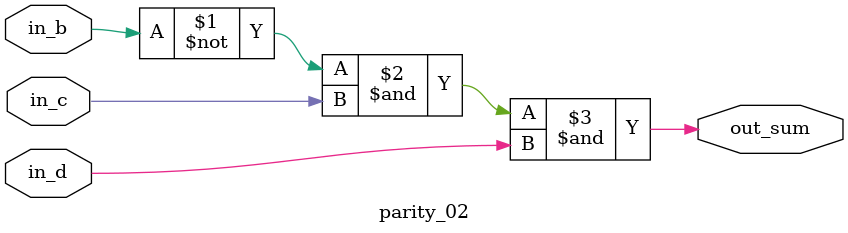
<source format=v>
module parity_02(
    in_b,
    in_c,
    in_d,
    out_sum
);

input in_b;
input in_c;
input in_d;
output out_sum;

assign out_sum = (~in_b) & in_c & in_d;

endmodule
</source>
